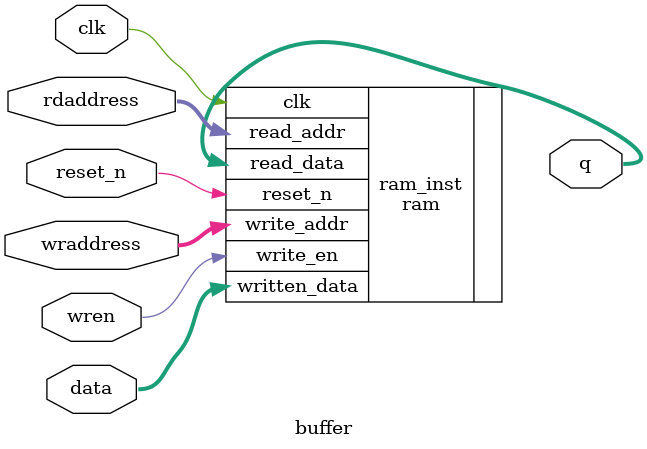
<source format=v>
module buffer
#(
	parameter		DATA_BIT           				= 8	 ,  // data bits
					DATA_BUFFER_LENGTH_WIDTH        = 8		// buffer length
)
(
	input	  									clk			,
	input										reset_n		,
	input	[DATA_BIT-1:0]  					data		,
	input	[DATA_BUFFER_LENGTH_WIDTH-1:0]  	rdaddress	,
	input	[DATA_BUFFER_LENGTH_WIDTH-1:0]  	wraddress	,
	input	  									wren		,
	output	[DATA_BIT-1:0]  					q
);
    ram
    #(
        .DATA_BIT                   (DATA_BIT),
        .DATA_BUFFER_LENGTH_WIDTH   (DATA_BUFFER_LENGTH_WIDTH)
    ) ram_inst
    (
        .clk                 (clk)          ,
		.reset_n			 (reset_n)		,
        .write_addr          (wraddress)   	,
        .read_addr           (rdaddress)    ,
        .write_en            (wren)     	,
        .written_data        (data) 		,
        .read_data           (q)    
	);

endmodule
</source>
